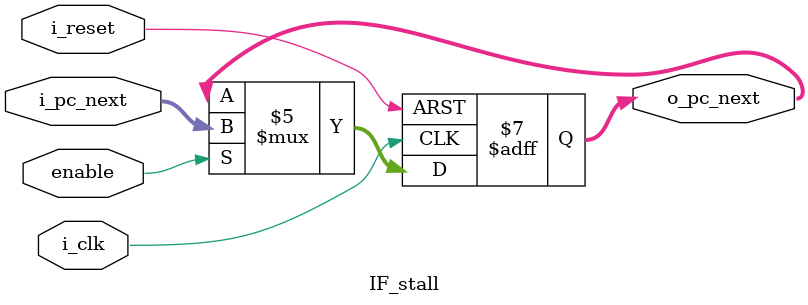
<source format=sv>
module IF_stall(
    input logic i_clk, i_reset, enable,
    input logic [31:0] i_pc_next,
    output logic [31:0] o_pc_next
);

always_ff @(posedge i_clk or negedge i_reset) begin
    if(!i_reset) o_pc_next <= 32'h0;
    else if(!enable) o_pc_next <= o_pc_next;
    else o_pc_next <= i_pc_next;
end

endmodule
</source>
